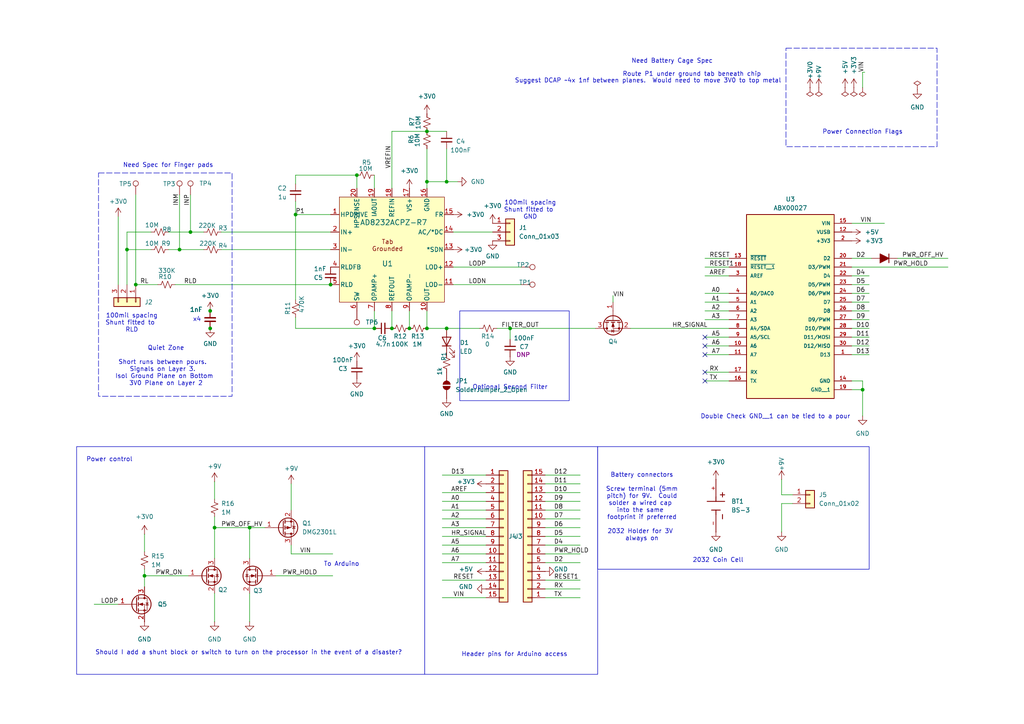
<source format=kicad_sch>
(kicad_sch (version 20250114) (generator "eeschema") (generator_version "9.0")
  (paper "A4")
  (lib_symbols
    (symbol "Connector:TestPoint" (pin_numbers (hide yes)) (pin_names (offset 0.762) (hide yes))
      (property "Reference" "TP" (at 0 6.858 0))
      (property "Value" "TestPoint" (at 0 5.08 0))
      (symbol "TestPoint_1_1"
        (pin passive line (at 0 0 90) (length 2.54) (name "1") (number "1"))
      )
    )
    (symbol "Connector_Generic:Conn_01x02" (pin_names (offset 1.016) (hide yes))
      (property "Reference" "J" (at 0 2.54 0))
      (property "Value" "Conn_01x02" (at 0 -5.08 0))
      (symbol "Conn_01x02_1_1"
        (pin passive line (at -5.08 0 0) (length 3.81) (name "Pin_1") (number "1"))
        (pin passive line (at -5.08 -2.54 0) (length 3.81) (name "Pin_2") (number "2"))
      )
    )
    (symbol "Connector_Generic:Conn_01x03" (pin_names (offset 1.016) (hide yes))
      (property "Reference" "J" (at 0 5.08 0))
      (property "Value" "Conn_01x03" (at 0 -5.08 0))
      (symbol "Conn_01x03_1_1"
        (pin passive line (at -5.08 2.54 0) (length 3.81) (name "Pin_1") (number "1"))
        (pin passive line (at -5.08 0 0) (length 3.81) (name "Pin_2") (number "2"))
        (pin passive line (at -5.08 -2.54 0) (length 3.81) (name "Pin_3") (number "3"))
      )
    )
    (symbol "Connector_Generic:Conn_01x15" (pin_names (offset 1.016) (hide yes))
      (property "Reference" "J" (at 0 20.32 0))
      (property "Value" "Conn_01x15" (at 0 -20.32 0))
      (symbol "Conn_01x15_1_1"
        (pin passive line (at -5.08 17.78 0) (length 3.81) (name "Pin_1") (number "1"))
        (pin passive line (at -5.08 15.24 0) (length 3.81) (name "Pin_2") (number "2"))
        (pin passive line (at -5.08 12.7 0) (length 3.81) (name "Pin_3") (number "3"))
        (pin passive line (at -5.08 10.16 0) (length 3.81) (name "Pin_4") (number "4"))
        (pin passive line (at -5.08 7.62 0) (length 3.81) (name "Pin_5") (number "5"))
        (pin passive line (at -5.08 5.08 0) (length 3.81) (name "Pin_6") (number "6"))
        (pin passive line (at -5.08 2.54 0) (length 3.81) (name "Pin_7") (number "7"))
        (pin passive line (at -5.08 0 0) (length 3.81) (name "Pin_8") (number "8"))
        (pin passive line (at -5.08 -2.54 0) (length 3.81) (name "Pin_9") (number "9"))
        (pin passive line (at -5.08 -5.08 0) (length 3.81) (name "Pin_10") (number "10"))
        (pin passive line (at -5.08 -7.62 0) (length 3.81) (name "Pin_11") (number "11"))
        (pin passive line (at -5.08 -10.16 0) (length 3.81) (name "Pin_12") (number "12"))
        (pin passive line (at -5.08 -12.7 0) (length 3.81) (name "Pin_13") (number "13"))
        (pin passive line (at -5.08 -15.24 0) (length 3.81) (name "Pin_14") (number "14"))
        (pin passive line (at -5.08 -17.78 0) (length 3.81) (name "Pin_15") (number "15"))
      )
    )
    (symbol "Device:C_Small" (pin_numbers (hide yes)) (pin_names (offset 0.254) (hide yes))
      (property "Reference" "C" (at 0.254 1.778 0))
      (property "Value" "C_Small" (at 0.254 -2.032 0))
      (symbol "C_Small_1_1"
        (pin passive line (at 0 2.54 270) (length 2.032) (name "~") (number "1"))
        (pin passive line (at 0 -2.54 90) (length 2.032) (name "~") (number "2"))
      )
    )
    (symbol "Device:D_Filled" (pin_numbers (hide yes)) (pin_names (offset 1.016) (hide yes))
      (property "Reference" "D" (at 0 2.54 0))
      (property "Value" "D_Filled" (at 0 -2.54 0))
      (symbol "D_Filled_1_1"
        (pin passive line (at -3.81 0 0) (length 2.54) (name "K") (number "1"))
        (pin passive line (at 3.81 0 180) (length 2.54) (name "A") (number "2"))
      )
    )
    (symbol "Device:LED" (pin_numbers (hide yes)) (pin_names (offset 1.016) (hide yes))
      (property "Reference" "D" (at 0 2.54 0))
      (property "Value" "LED" (at 0 -2.54 0))
      (symbol "LED_1_1"
        (pin passive line (at -3.81 0 0) (length 2.54) (name "K") (number "1"))
        (pin passive line (at 3.81 0 180) (length 2.54) (name "A") (number "2"))
      )
    )
    (symbol "Device:R_Small_US" (pin_numbers (hide yes)) (pin_names (offset 0.254) (hide yes))
      (property "Reference" "R" (at 0.762 0.508 0))
      (property "Value" "R_Small_US" (at 0.762 -1.016 0))
      (symbol "R_Small_US_1_1"
        (pin passive line (at 0 2.54 270) (length 1.016) (name "~") (number "1"))
        (pin passive line (at 0 -2.54 90) (length 1.016) (name "~") (number "2"))
      )
    )
    (symbol "EGC_Symbols:ABX00027" (pin_names (offset 1.016))
      (property "Reference" "U" (at -12.7 26.67 0))
      (property "Value" "ABX00027" (at -12.7 -29.21 0))
      (symbol "ABX00027_0_0"
        (pin input line (at -17.78 12.7 0) (length 5.08) (name "~{RESET}") (number "13"))
        (pin input line (at -17.78 10.16 0) (length 5.08) (name "~{RESET__1}") (number "18"))
        (pin input line (at -17.78 7.62 0) (length 5.08) (name "AREF") (number "3"))
        (pin bidirectional line (at -17.78 2.54 0) (length 5.08) (name "A0/DAC0") (number "4"))
        (pin input line (at -17.78 0 0) (length 5.08) (name "A1") (number "5"))
        (pin input line (at -17.78 -2.54 0) (length 5.08) (name "A2") (number "6"))
        (pin input line (at -17.78 -5.08 0) (length 5.08) (name "A3") (number "7"))
        (pin input line (at -17.78 -7.62 0) (length 5.08) (name "A4/SDA") (number "8"))
        (pin input line (at -17.78 -10.16 0) (length 5.08) (name "A5/SCL") (number "9"))
        (pin input line (at -17.78 -12.7 0) (length 5.08) (name "A6") (number "10"))
        (pin input line (at -17.78 -15.24 0) (length 5.08) (name "A7") (number "11"))
        (pin bidirectional line (at -17.78 -20.32 0) (length 5.08) (name "RX") (number "17"))
        (pin bidirectional line (at -17.78 -22.86 0) (length 5.08) (name "TX") (number "16"))
        (pin power_in line (at 17.78 22.86 180) (length 5.08) (name "VIN") (number "15"))
        (pin power_in line (at 17.78 20.32 180) (length 5.08) (name "VUSB") (number "12"))
        (pin power_in line (at 17.78 17.78 180) (length 5.08) (name "+3V3") (number "2"))
        (pin bidirectional line (at 17.78 12.7 180) (length 5.08) (name "D2") (number "20"))
        (pin bidirectional line (at 17.78 10.16 180) (length 5.08) (name "D3/PWM") (number "21"))
        (pin bidirectional line (at 17.78 7.62 180) (length 5.08) (name "D4") (number "22"))
        (pin bidirectional line (at 17.78 5.08 180) (length 5.08) (name "D5/PWM") (number "23"))
        (pin bidirectional line (at 17.78 2.54 180) (length 5.08) (name "D6/PWM") (number "24"))
        (pin bidirectional line (at 17.78 0 180) (length 5.08) (name "D7") (number "25"))
        (pin bidirectional line (at 17.78 -2.54 180) (length 5.08) (name "D8") (number "26"))
        (pin bidirectional line (at 17.78 -5.08 180) (length 5.08) (name "D9/PWM") (number "27"))
        (pin bidirectional line (at 17.78 -7.62 180) (length 5.08) (name "D10/PWM") (number "28"))
        (pin bidirectional line (at 17.78 -10.16 180) (length 5.08) (name "D11/MOSI") (number "29"))
        (pin bidirectional line (at 17.78 -12.7 180) (length 5.08) (name "D12/MISO") (number "30"))
        (pin bidirectional line (at 17.78 -15.24 180) (length 5.08) (name "D13") (number "1"))
        (pin power_in line (at 17.78 -22.86 180) (length 5.08) (name "GND") (number "14"))
        (pin power_in line (at 17.78 -25.4 180) (length 5.08) (name "GND__1") (number "19"))
      )
    )
    (symbol "EGC_Symbols:AD8232ACPZ-R7" (pin_names (offset 0.254))
      (property "Reference" "U1" (at 13.97 17.526 0))
      (property "Value" "AD8232ACPZ-R7" (at 15.748 29.464 0))
      (symbol "AD8232ACPZ-R7_0_1"
        (pin output line (at -2.54 31.75 0) (length 2.54) (name "HPDRIVE") (number "1"))
        (pin input line (at -2.54 26.67 0) (length 2.54) (name "IN+") (number "2"))
        (pin input line (at -2.54 21.59 0) (length 2.54) (name "IN-") (number "3"))
        (pin input line (at -2.54 16.51 0) (length 2.54) (name "RLDFB") (number "4"))
        (pin output line (at -2.54 11.43 0) (length 2.54) (name "RLD") (number "5"))
        (pin input line (at 5.08 39.37 270) (length 2.54) (name "HPSENSE") (number "20"))
        (pin output line (at 5.08 3.81 90) (length 2.54) (name "SW") (number "6"))
        (pin output line (at 10.16 39.37 270) (length 2.54) (name "IAOUT") (number "19"))
        (pin input line (at 10.16 3.81 90) (length 2.54) (name "OPAMP+") (number "7"))
        (pin input line (at 15.24 39.37 270) (length 2.54) (name "REFIN") (number "18"))
        (pin output line (at 15.24 3.81 90) (length 2.54) (name "REFOUT") (number "8"))
        (pin power_in line (at 20.32 39.37 270) (length 2.54) (name "VS+") (number "17"))
        (pin input line (at 20.32 3.81 90) (length 2.54) (name "OPAMP-") (number "9"))
        (pin power_in line (at 25.4 39.37 270) (length 2.54) (name "GND") (number "16"))
        (pin output line (at 25.4 3.81 90) (length 2.54) (name "OUT") (number "10"))
        (pin input line (at 33.02 31.75 180) (length 2.54) (name "FR") (number "15"))
        (pin input line (at 33.02 26.67 180) (length 2.54) (name "AC/*DC") (number "14"))
        (pin input line (at 33.02 21.59 180) (length 2.54) (name "*SDN") (number "13"))
        (pin output line (at 33.02 16.51 180) (length 2.54) (name "LOD+") (number "12"))
        (pin output line (at 33.02 11.43 180) (length 2.54) (name "LOD-") (number "11"))
      )
      (symbol "AD8232ACPZ-R7_1_1"
        (text "Tab\nGrounded" (at 13.97 22.86 0) (effects (font (size 1.27 1.27))))
        (pin power_in line (at 25.4 39.37 270) (length 2.54) (hide yes) (name "GND") (number "HTAB"))
      )
    )
    (symbol "EGC_Symbols:BS-3" (pin_names (offset 1.016))
      (property "Reference" "BT" (at -3.81 3.81 0))
      (property "Value" "BS-3" (at -3.81 -5.08 0))
      (symbol "BS-3_0_0"
        (pin passive line (at -7.62 0 0) (length 5.08) (name "~") (number "+"))
        (pin passive line (at 7.62 0 180) (length 5.08) (name "~") (number "-"))
      )
    )
    (symbol "Jumper:SolderJumper_2_Open" (pin_numbers (hide yes)) (pin_names (offset 0) (hide yes)) (in_bom no)
      (property "Reference" "JP" (at 0 2.032 0))
      (property "Value" "SolderJumper_2_Open" (at 0 -2.54 0))
      (symbol "SolderJumper_2_Open_1_1"
        (pin passive line (at -3.81 0 0) (length 2.54) (name "A") (number "1"))
        (pin passive line (at 3.81 0 180) (length 2.54) (name "B") (number "2"))
      )
    )
    (symbol "Transistor_FET:DMG2301L" (pin_names (hide yes))
      (property "Reference" "Q" (at 5.08 1.905 0))
      (property "Value" "DMG2301L" (at 5.08 0 0))
      (symbol "DMG2301L_1_1"
        (pin input line (at -5.08 0 0) (length 2.54) (name "G") (number "1"))
        (pin passive line (at 2.54 5.08 270) (length 2.54) (name "D") (number "3"))
        (pin passive line (at 2.54 -5.08 90) (length 2.54) (name "S") (number "2"))
      )
    )
    (symbol "Transistor_FET:T2N7002AK" (pin_names (offset 0) (hide yes))
      (property "Reference" "Q" (at 5.08 1.905 0))
      (property "Value" "T2N7002AK" (at 5.08 0 0))
      (symbol "T2N7002AK_1_1"
        (pin input line (at -5.08 0 0) (length 2.54) (name "G") (number "1"))
        (pin passive line (at 2.54 5.08 270) (length 2.54) (name "D") (number "3"))
        (pin passive line (at 2.54 -5.08 90) (length 2.54) (name "S") (number "2"))
      )
    )
    (symbol "power:+3V0" (power) (pin_numbers (hide yes)) (pin_names (offset 0) (hide yes))
      (property "Value" "+3V0" (at 0 3.556 0))
      (symbol "+3V0_1_1"
        (pin power_in line (at 0 0 90) (length 0) (name "~") (number "1"))
      )
    )
    (symbol "power:+3V3" (power) (pin_numbers (hide yes)) (pin_names (offset 0) (hide yes))
      (property "Value" "+3V3" (at 0 3.556 0))
      (symbol "+3V3_1_1"
        (pin power_in line (at 0 0 90) (length 0) (name "~") (number "1"))
      )
    )
    (symbol "power:+5V" (power) (pin_numbers (hide yes)) (pin_names (offset 0) (hide yes))
      (property "Value" "+5V" (at 0 3.556 0))
      (symbol "+5V_1_1"
        (pin power_in line (at 0 0 90) (length 0) (name "~") (number "1"))
      )
    )
    (symbol "power:+9V" (power) (pin_numbers (hide yes)) (pin_names (offset 0) (hide yes))
      (property "Value" "+9V" (at 0 3.556 0))
      (symbol "+9V_1_1"
        (pin power_in line (at 0 0 90) (length 0) (name "~") (number "1"))
      )
    )
    (symbol "power:GND" (power) (pin_numbers (hide yes)) (pin_names (offset 0) (hide yes))
      (property "Value" "GND" (at 0 -3.81 0))
      (symbol "GND_1_1"
        (pin power_in line (at 0 0 270) (length 0) (name "~") (number "1"))
      )
    )
    (symbol "power:PWR_FLAG" (power) (pin_numbers (hide yes)) (pin_names (offset 0) (hide yes))
      (property "Value" "PWR_FLAG" (at 0 3.81 0))
      (symbol "PWR_FLAG_0_0"
        (pin power_out line (at 0 0 90) (length 0) (name "~") (number "1"))
      )
    )
  )
  (rectangle (start 173.355 129.54) (end 252.095 165.1))
  (rectangle (start 123.19 129.54) (end 173.355 195.58))
  (rectangle (start 28.575 50.165) (end 67.31 114.935) (stroke (width 0) (type dash)))
  (rectangle (start 133.35 90.17) (end 165.1 116.205))
  (rectangle (start 22.225 129.54) (end 123.19 195.58))
  (rectangle (start 227.965 13.97) (end 271.78 42.545) (stroke (width 0) (type dash)))
  (text "To Arduino\n" (at 99.06 163.703 0) (effects (font (size 1.27 1.27))))
  (text "Header pins for Arduino access" (at 149.225 189.865 0) (effects (font (size 1.27 1.27))))
  (text "100mil spacing\nShunt fitted to \nRLD\n\n" (at 38.227 94.742 0) (effects (font (size 1.27 1.27))))
  (text "2032 Coin Cell\n" (at 208.28 162.56 0) (effects (font (size 1.27 1.27))))
  (text "Need Battery Cage Spec\n" (at 194.945 17.78 0) (effects (font (size 1.27 1.27))))
  (text "Quiet Zone\n\nShort runs between pours.  \nSignals on Layer 3.  \nIsol Ground Plane on Bottom \n3V0 Plane on Layer 2" (at 48.133 106.172 0) (effects (font (size 1.27 1.27))))
  (text "Battery connectors\n\nScrew terminal (5mm\npitch) for 9V.  Could\nsolder a wired cap \ninto the same \nfootprint if preferred\n\n2032 Holder for 3V \nalways on" (at 186.182 147.066 0) (effects (font (size 1.27 1.27))))
  (text "Should I add a shunt block or switch to turn on the processor in the event of a disaster?\n\n" (at 72.136 190.373 0) (effects (font (size 1.27 1.27))))
  (text "100mil spacing\nShunt fitted to \nGND\n" (at 153.797 60.96 0) (effects (font (size 1.27 1.27))))
  (text "Power Connection Flags\n" (at 250.19 38.354 0) (effects (font (size 1.27 1.27))))
  (text "Optional Second Filter" (at 147.955 112.395 0) (effects (font (size 1.27 1.27))))
  (text "Power control\n" (at 31.75 133.35 0) (effects (font (size 1.27 1.27))))
  (text "x4" (at 57.15 92.71 0) (effects (font (size 1.27 1.27))))
  (text "Double Check GND__1 can be tied to a pour" (at 224.917 120.904 0) (effects (font (size 1.27 1.27))))
  (text "Route P1 under ground tab beneath chip" (at 200.66 21.59 0) (effects (font (size 1.27 1.27))))
  (text "Suggest DCAP ~4x 1nf between planes.  Would need to move 3V0 to top metal" (at 187.96 23.495 0) (effects (font (size 1.27 1.27))))
  (text "Need Spec for Finger pads\n" (at 48.768 48.006 0) (effects (font (size 1.27 1.27))))
  (junction (at 250.19 113.03))
  (junction (at 129.54 52.705))
  (junction (at 103.505 50.8))
  (junction (at 41.91 167.005))
  (junction (at 52.07 72.39))
  (junction (at 123.825 38.1))
  (junction (at 118.745 95.25))
  (junction (at 60.96 95.25))
  (junction (at 129.54 95.25))
  (junction (at 36.83 72.39))
  (junction (at 62.23 153.035))
  (junction (at 60.96 90.17))
  (junction (at 147.955 95.25))
  (junction (at 95.885 82.55))
  (junction (at 123.825 95.25))
  (junction (at 123.825 52.705))
  (junction (at 113.665 95.25))
  (junction (at 72.39 153.035))
  (junction (at 39.37 82.55))
  (junction (at 55.245 67.31))
  (junction (at 85.725 62.23))
  (junction (at 108.585 95.25))
  (no_connect (at 204.47 100.33))
  (no_connect (at 204.47 110.49))
  (no_connect (at 204.47 97.79))
  (no_connect (at 204.47 102.87))
  (no_connect (at 204.47 107.95))
  (wire (pts (xy 182.88 95.25) (xy 211.455 95.25)))
  (wire (pts (xy 123.825 54.61) (xy 123.825 52.705)))
  (wire (pts (xy 168.275 155.575) (xy 158.115 155.575)))
  (wire (pts (xy 204.47 110.49) (xy 211.455 110.49)))
  (wire (pts (xy 247.015 85.09) (xy 252.095 85.09)))
  (wire (pts (xy 247.015 110.49) (xy 250.19 110.49)))
  (wire (pts (xy 168.275 163.195) (xy 158.115 163.195)))
  (wire (pts (xy 52.07 72.39) (xy 59.055 72.39)))
  (wire (pts (xy 250.19 20.955) (xy 250.19 25.4)))
  (wire (pts (xy 168.275 160.655) (xy 158.115 160.655)))
  (wire (pts (xy 247.015 100.33) (xy 252.095 100.33)))
  (wire (pts (xy 36.83 72.39) (xy 36.83 82.55)))
  (wire (pts (xy 168.275 137.795) (xy 158.115 137.795)))
  (wire (pts (xy 128.27 158.115) (xy 140.97 158.115)))
  (wire (pts (xy 36.83 67.31) (xy 36.83 72.39)))
  (wire (pts (xy 247.015 97.79) (xy 252.095 97.79)))
  (wire (pts (xy 48.895 67.31) (xy 55.245 67.31)))
  (wire (pts (xy 108.585 95.25) (xy 108.585 90.17)))
  (wire (pts (xy 168.275 158.115) (xy 158.115 158.115)))
  (wire (pts (xy 260.35 74.93) (xy 274.955 74.93)))
  (wire (pts (xy 123.825 38.1) (xy 129.54 38.1)))
  (wire (pts (xy 129.54 52.705) (xy 132.715 52.705)))
  (wire (pts (xy 204.47 97.79) (xy 211.455 97.79)))
  (wire (pts (xy 128.27 150.495) (xy 140.97 150.495)))
  (wire (pts (xy 128.27 163.195) (xy 140.97 163.195)))
  (wire (pts (xy 247.015 74.93) (xy 252.73 74.93)))
  (wire (pts (xy 247.015 77.47) (xy 274.955 77.47)))
  (wire (pts (xy 247.015 102.87) (xy 252.095 102.87)))
  (wire (pts (xy 168.275 147.955) (xy 158.115 147.955)))
  (wire (pts (xy 204.47 77.47) (xy 211.455 77.47)))
  (wire (pts (xy 131.445 67.31) (xy 142.875 67.31)))
  (wire (pts (xy 62.23 153.035) (xy 62.23 161.925)))
  (wire (pts (xy 34.29 62.865) (xy 34.29 82.55)))
  (wire (pts (xy 229.87 146.05) (xy 226.695 146.05)))
  (wire (pts (xy 85.725 50.8) (xy 103.505 50.8)))
  (wire (pts (xy 39.37 56.515) (xy 39.37 82.55)))
  (wire (pts (xy 168.275 168.275) (xy 158.115 168.275)))
  (wire (pts (xy 226.695 146.05) (xy 226.695 154.305)))
  (wire (pts (xy 128.27 145.415) (xy 140.97 145.415)))
  (wire (pts (xy 84.455 140.335) (xy 84.455 147.955)))
  (wire (pts (xy 41.91 167.005) (xy 41.91 170.18)))
  (wire (pts (xy 204.47 107.95) (xy 211.455 107.95)))
  (wire (pts (xy 204.47 100.33) (xy 211.455 100.33)))
  (wire (pts (xy 48.895 72.39) (xy 52.07 72.39)))
  (wire (pts (xy 226.695 139.065) (xy 226.695 143.51)))
  (wire (pts (xy 204.47 85.09) (xy 211.455 85.09)))
  (wire (pts (xy 131.445 77.47) (xy 151.13 77.47)))
  (wire (pts (xy 128.27 168.275) (xy 140.97 168.275)))
  (wire (pts (xy 41.91 165.1) (xy 41.91 167.005)))
  (wire (pts (xy 84.455 160.655) (xy 96.52 160.655)))
  (wire (pts (xy 168.275 173.355) (xy 158.115 173.355)))
  (wire (pts (xy 85.725 62.23) (xy 95.885 62.23)))
  (wire (pts (xy 128.27 147.955) (xy 140.97 147.955)))
  (wire (pts (xy 250.19 113.03) (xy 250.19 120.65)))
  (wire (pts (xy 128.27 137.795) (xy 140.97 137.795)))
  (wire (pts (xy 128.27 155.575) (xy 140.97 155.575)))
  (wire (pts (xy 204.47 92.71) (xy 211.455 92.71)))
  (wire (pts (xy 247.015 90.17) (xy 252.095 90.17)))
  (wire (pts (xy 168.275 170.815) (xy 158.115 170.815)))
  (wire (pts (xy 204.47 102.87) (xy 211.455 102.87)))
  (wire (pts (xy 247.015 64.77) (xy 256.54 64.77)))
  (wire (pts (xy 118.745 95.25) (xy 118.745 90.17)))
  (wire (pts (xy 128.27 153.035) (xy 140.97 153.035)))
  (wire (pts (xy 64.135 72.39) (xy 95.885 72.39)))
  (wire (pts (xy 85.725 53.34) (xy 85.725 50.8)))
  (wire (pts (xy 72.39 153.035) (xy 72.39 161.925)))
  (wire (pts (xy 123.825 43.18) (xy 123.825 52.705)))
  (wire (pts (xy 85.725 58.42) (xy 85.725 62.23)))
  (wire (pts (xy 84.455 158.115) (xy 84.455 160.655)))
  (wire (pts (xy 62.23 172.085) (xy 62.23 180.34)))
  (wire (pts (xy 247.015 87.63) (xy 252.095 87.63)))
  (wire (pts (xy 128.27 160.655) (xy 140.97 160.655)))
  (wire (pts (xy 131.445 82.55) (xy 151.13 82.55)))
  (wire (pts (xy 250.19 110.49) (xy 250.19 113.03)))
  (wire (pts (xy 168.275 150.495) (xy 158.115 150.495)))
  (wire (pts (xy 123.825 95.25) (xy 129.54 95.25)))
  (wire (pts (xy 62.23 153.035) (xy 72.39 153.035)))
  (wire (pts (xy 62.23 139.7) (xy 62.23 144.78)))
  (wire (pts (xy 247.015 95.25) (xy 252.095 95.25)))
  (wire (pts (xy 72.39 153.035) (xy 76.835 153.035)))
  (wire (pts (xy 168.275 153.035) (xy 158.115 153.035)))
  (wire (pts (xy 128.27 142.875) (xy 140.97 142.875)))
  (wire (pts (xy 129.54 95.25) (xy 139.065 95.25)))
  (wire (pts (xy 39.37 82.55) (xy 45.72 82.55)))
  (wire (pts (xy 204.47 80.01) (xy 211.455 80.01)))
  (wire (pts (xy 55.245 56.515) (xy 55.245 67.31)))
  (wire (pts (xy 52.07 56.515) (xy 52.07 72.39)))
  (wire (pts (xy 36.83 72.39) (xy 43.815 72.39)))
  (wire (pts (xy 247.015 92.71) (xy 252.095 92.71)))
  (wire (pts (xy 123.825 52.705) (xy 129.54 52.705)))
  (wire (pts (xy 247.015 113.03) (xy 250.19 113.03)))
  (wire (pts (xy 129.54 43.18) (xy 129.54 52.705)))
  (wire (pts (xy 55.245 67.31) (xy 59.055 67.31)))
  (wire (pts (xy 177.8 85.725) (xy 177.8 87.63)))
  (wire (pts (xy 168.275 145.415) (xy 158.115 145.415)))
  (wire (pts (xy 204.47 90.17) (xy 211.455 90.17)))
  (wire (pts (xy 41.91 154.94) (xy 41.91 160.02)))
  (wire (pts (xy 108.585 50.8) (xy 108.585 54.61)))
  (wire (pts (xy 147.955 95.25) (xy 147.955 98.425)))
  (wire (pts (xy 103.505 50.8) (xy 103.505 54.61)))
  (wire (pts (xy 80.01 167.005) (xy 96.52 167.005)))
  (wire (pts (xy 27.305 175.26) (xy 34.29 175.26)))
  (wire (pts (xy 62.23 149.86) (xy 62.23 153.035)))
  (wire (pts (xy 204.47 74.93) (xy 211.455 74.93)))
  (wire (pts (xy 85.725 92.075) (xy 85.725 95.25)))
  (wire (pts (xy 85.725 62.23) (xy 85.725 86.995)))
  (wire (pts (xy 229.87 143.51) (xy 226.695 143.51)))
  (wire (pts (xy 72.39 172.085) (xy 72.39 180.34)))
  (wire (pts (xy 128.27 173.355) (xy 140.97 173.355)))
  (wire (pts (xy 50.8 82.55) (xy 95.885 82.55)))
  (wire (pts (xy 144.145 95.25) (xy 147.955 95.25)))
  (wire (pts (xy 250.19 20.955) (xy 250.825 20.955)))
  (wire (pts (xy 168.275 140.335) (xy 158.115 140.335)))
  (wire (pts (xy 247.015 82.55) (xy 252.095 82.55)))
  (wire (pts (xy 168.275 142.875) (xy 158.115 142.875)))
  (wire (pts (xy 123.825 95.25) (xy 123.825 90.17)))
  (wire (pts (xy 113.665 95.25) (xy 113.665 90.17)))
  (wire (pts (xy 108.585 95.25) (xy 85.725 95.25)))
  (wire (pts (xy 247.015 80.01) (xy 252.095 80.01)))
  (wire (pts (xy 204.47 87.63) (xy 211.455 87.63)))
  (wire (pts (xy 113.665 38.1) (xy 123.825 38.1)))
  (wire (pts (xy 41.91 167.005) (xy 54.61 167.005)))
  (wire (pts (xy 43.815 67.31) (xy 36.83 67.31)))
  (wire (pts (xy 113.665 54.61) (xy 113.665 38.1)))
  (wire (pts (xy 147.955 95.25) (xy 172.72 95.25)))
  (wire (pts (xy 64.135 67.31) (xy 95.885 67.31)))
  (label "D8" (at 248.285 90.17 0))
  (label "AREF" (at 130.81 142.875 0))
  (label "VIN" (at 249.555 64.77 0))
  (label "PWR_HOLD" (at 81.915 167.005 0))
  (label "A6" (at 206.375 100.33 0))
  (label "FILTER_OUT" (at 145.415 95.25 0))
  (label "PWR_OFF_HV" (at 64.135 153.035 0))
  (label "D5" (at 248.285 82.55 0))
  (label "D6" (at 160.655 153.035 0))
  (label "A1" (at 206.375 87.63 0))
  (label "A7" (at 206.375 102.87 0))
  (label "RESET" (at 205.74 74.93 0))
  (label "VREFIN" (at 113.665 48.895 90))
  (label "A5" (at 206.375 97.79 0))
  (label "D9" (at 160.655 145.415 0))
  (label "A2" (at 130.81 150.495 0))
  (label "D13" (at 130.81 137.795 0))
  (label "A2" (at 206.375 90.17 0))
  (label "RESET" (at 131.445 168.275 0))
  (label "HR_SIGNAL" (at 194.945 95.25 0))
  (label "D12" (at 248.285 100.33 0))
  (label "RESET1" (at 205.74 77.47 0))
  (label "A0" (at 130.81 145.415 0))
  (label "PWR_OFF_HV" (at 261.62 74.93 0))
  (label "A6" (at 130.81 160.655 0))
  (label "P1" (at 85.725 62.23 0))
  (label "VIN" (at 177.8 86.36 0))
  (label "D12" (at 160.655 137.795 0))
  (label "LODP" (at 135.89 77.47 0))
  (label "A3" (at 130.81 153.035 0))
  (label "D11" (at 248.285 97.79 0))
  (label "A7" (at 130.81 163.195 0))
  (label "PWR_ON" (at 45.085 167.005 0))
  (label "VIN" (at 131.445 173.355 0))
  (label "RL" (at 40.64 82.55 0))
  (label "D4" (at 160.655 158.115 0))
  (label "RLD" (at 53.34 82.55 0))
  (label "AREF" (at 205.74 80.01 0))
  (label "RX" (at 160.655 170.815 0))
  (label "D10" (at 248.285 95.25 0))
  (label "TX" (at 160.655 173.355 0))
  (label "A0" (at 206.375 85.09 0))
  (label "D10" (at 160.655 142.875 0))
  (label "VIN" (at 86.995 160.655 0))
  (label "D6" (at 248.285 85.09 0))
  (label "LODN" (at 135.89 82.55 0))
  (label "D2" (at 160.655 163.195 0))
  (label "D5" (at 160.655 155.575 0))
  (label "D7" (at 248.285 87.63 0))
  (label "PWR_HOLD" (at 259.08 77.47 0))
  (label "RX" (at 205.74 107.95 0))
  (label "D9" (at 248.285 92.71 0))
  (label "A3" (at 206.375 92.71 0))
  (label "VIN" (at 250.825 20.955 90))
  (label "D13" (at 248.285 102.87 0))
  (label "D8" (at 160.655 147.955 0))
  (label "LODP" (at 29.21 175.26 0))
  (label "A5" (at 130.81 158.115 0))
  (label "HR_SIGNAL" (at 130.81 155.575 0))
  (label "A1" (at 130.81 147.955 0))
  (label "RESET1" (at 160.655 168.275 0))
  (label "TX" (at 205.74 110.49 0))
  (label "PWR_HOLD" (at 160.655 160.655 0))
  (label "D11" (at 160.655 140.335 0))
  (label "D7" (at 160.655 150.495 0))
  (label "D4" (at 248.285 80.01 0))
  (label "INM" (at 52.07 59.69 90))
  (label "INP" (at 55.245 59.69 90))
  (label "D2" (at 248.285 74.93 0))
  (symbol (lib_id "power:+5V") (at 245.11 25.4 0) (unit 1)
    (property "Reference" "#PWR026" (effects (hide yes)))
    (property "Value" "+5V" (at 245.1099 21.59 90) (effects (justify left)))
    (property "Description" "Power symbol creates a global label with name \"+5V\"" (effects (hide yes)))
  )
  (symbol (lib_id "power:PWR_FLAG") (at 234.95 25.4 180) (unit 1)
    (property "Reference" "#FLG05" (effects (hide yes)))
    (property "Value" "PWR_FLAG" (effects (hide yes)))
    (property "Description" "Special symbol for telling ERC where power comes from" (effects (hide yes)))
  )
  (symbol (lib_id "power:GND") (at 132.715 52.705 90) (unit 1)
    (property "Reference" "#PWR012" (effects (hide yes)))
    (property "Value" "GND" (at 136.525 52.7049 90) (effects (justify right)))
    (property "Description" "Power symbol creates a global label with name \"GND\" , ground" (effects (hide yes)))
  )
  (symbol (lib_id "power:+5V") (at 247.015 67.31 270) (unit 1)
    (property "Reference" "#PWR020" (effects (hide yes)))
    (property "Value" "+5V" (at 250.825 67.3099 90) (effects (justify left)))
    (property "Description" "Power symbol creates a global label with name \"+5V\"" (effects (hide yes)))
  )
  (symbol (lib_id "Device:R_Small_US") (at 85.725 89.535 0) (unit 1)
    (property "Reference" "R11" (at 83.439 89.408 90))
    (property "Value" "470K" (at 87.503 88.265 90))
    (property "Footprint" "Resistor_THT:R_Axial_DIN0207_L6.3mm_D2.5mm_P2.54mm_Vertical" (effects (hide yes)))
    (property "Description" "Resistor, small US symbol" (effects (hide yes)))
  )
  (symbol (lib_id "Connector_Generic:Conn_01x02") (at 234.95 143.51 0) (unit 1)
    (property "Reference" "J5" (at 237.49 143.5099 0) (effects (justify left)))
    (property "Value" "Conn_01x02" (at 237.49 146.0499 0) (effects (justify left)))
    (property "Footprint" "ECG_Footprints:691137710002" (effects (hide yes)))
    (property "Datasheet" "https://www.we-online.com/katalog/datasheet/691137710002.pdf" (effects (hide yes)))
    (property "Description" "Generic connector, single row, 01x02, script generated (kicad-library-utils/schlib/autogen/connector/)" (effects (hide yes)))
    (property "DigikeyPN" "732-10955-ND" (effects (hide yes)))
  )
  (symbol (lib_id "power:+9V") (at 62.23 139.7 0) (mirror y) (unit 1)
    (property "Reference" "#PWR029" (effects (hide yes)))
    (property "Value" "+9V" (at 62.23 135.255 0))
    (property "Description" "Power symbol creates a global label with name \"+9V\"" (effects (hide yes)))
  )
  (symbol (lib_id "power:+3V0") (at 142.875 64.77 0) (unit 1)
    (property "Reference" "#PWR019" (effects (hide yes)))
    (property "Value" "+3V0" (at 142.875 59.69 0))
    (property "Description" "Power symbol creates a global label with name \"+3V0\"" (effects (hide yes)))
  )
  (symbol (lib_id "Device:R_Small_US") (at 46.355 72.39 90) (unit 1)
    (property "Reference" "R9" (at 48.133 70.612 90))
    (property "Value" "10M" (at 44.069 70.612 90))
    (property "Footprint" "Resistor_SMD:R_0603_1608Metric" (effects (hide yes)))
    (property "Description" "Resistor, small US symbol" (effects (hide yes)))
  )
  (symbol (lib_id "power:+3V0") (at 131.445 62.23 270) (unit 1)
    (property "Reference" "#PWR016" (effects (hide yes)))
    (property "Value" "+3V0" (at 135.255 62.2299 90) (effects (justify left)))
    (property "Description" "Power symbol creates a global label with name \"+3V0\"" (effects (hide yes)))
  )
  (symbol (lib_id "Device:R_Small_US") (at 61.595 67.31 90) (unit 1)
    (property "Reference" "R3" (at 64.643 66.167 90))
    (property "Value" "220K" (at 60.071 65.405 90))
    (property "Footprint" "Resistor_SMD:R_0603_1608Metric" (effects (hide yes)))
    (property "Description" "Resistor, small US symbol" (effects (hide yes)))
  )
  (symbol (lib_id "power:+3V0") (at 234.95 25.4 0) (unit 1)
    (property "Reference" "#PWR023" (effects (hide yes)))
    (property "Value" "+3V0" (at 234.95 20.32 90))
    (property "Description" "Power symbol creates a global label with name \"+3V0\"" (effects (hide yes)))
  )
  (symbol (lib_id "Device:R_Small_US") (at 62.23 147.32 0) (unit 1)
    (property "Reference" "R16" (at 64.135 146.0499 0) (effects (justify left)))
    (property "Value" "1M" (at 64.135 148.5899 0) (effects (justify left)))
    (property "Footprint" "Resistor_SMD:R_0603_1608Metric" (effects (hide yes)))
    (property "Description" "Resistor, small US symbol" (effects (hide yes)))
  )
  (symbol (lib_id "power:GND") (at 147.955 103.505 0) (unit 1)
    (property "Reference" "#PWR021" (effects (hide yes)))
    (property "Value" "GND" (at 147.955 107.95 0))
    (property "Description" "Power symbol creates a global label with name \"GND\" , ground" (effects (hide yes)))
  )
  (symbol (lib_id "Jumper:SolderJumper_2_Open") (at 129.54 111.76 90) (unit 1) (in_bom no)
    (property "Reference" "JP1" (at 132.08 110.4899 90) (effects (justify right)))
    (property "Value" "SolderJumper_2_Open" (at 132.08 113.0299 90) (effects (justify right)))
    (property "Footprint" "Jumper:SolderJumper-2_P1.3mm_Open_RoundedPad1.0x1.5mm" (effects (hide yes)))
    (property "Description" "Solder Jumper, 2-pole, open" (effects (hide yes)))
  )
  (symbol (lib_id "power:PWR_FLAG") (at 245.11 25.4 180) (unit 1)
    (property "Reference" "#FLG02" (effects (hide yes)))
    (property "Value" "PWR_FLAG" (effects (hide yes)))
    (property "Description" "Special symbol for telling ERC where power comes from" (effects (hide yes)))
  )
  (symbol (lib_id "power:+3V0") (at 118.745 54.61 0) (unit 1)
    (property "Reference" "#PWR09" (effects (hide yes)))
    (property "Value" "+3V0" (at 118.745 49.53 0))
    (property "Description" "Power symbol creates a global label with name \"+3V0\"" (effects (hide yes)))
  )
  (symbol (lib_id "Device:C_Small") (at 111.125 95.25 90) (unit 1)
    (property "Reference" "C6" (at 110.871 98.044 90))
    (property "Value" "4.7n" (at 111.125 99.822 90))
    (property "Footprint" "Capacitor_THT:C_Rect_L7.2mm_W5.5mm_P5.00mm_FKS2_FKP2_MKS2_MKP2" (effects (hide yes)))
    (property "Description" "Unpolarized capacitor, small symbol" (effects (hide yes)))
  )
  (symbol (lib_id "Device:R_Small_US") (at 121.285 95.25 90) (unit 1)
    (property "Reference" "R13" (at 121.158 97.536 90))
    (property "Value" "1M" (at 121.031 99.822 90))
    (property "Footprint" "Resistor_SMD:R_0603_1608Metric" (effects (hide yes)))
    (property "Description" "Resistor, small US symbol" (effects (hide yes)))
  )
  (symbol (lib_id "power:PWR_FLAG") (at 247.65 25.4 180) (unit 1)
    (property "Reference" "#FLG03" (effects (hide yes)))
    (property "Value" "PWR_FLAG" (effects (hide yes)))
    (property "Description" "Special symbol for telling ERC where power comes from" (effects (hide yes)))
  )
  (symbol (lib_id "Device:C_Small") (at 60.96 92.71 180) (unit 1)
    (property "Reference" "C11" (effects (hide yes)))
    (property "Value" "1nF" (at 56.896 89.789 0))
    (property "Footprint" "Capacitor_SMD:C_0603_1608Metric" (effects (hide yes)))
    (property "Description" "Unpolarized capacitor, small symbol" (effects (hide yes)))
  )
  (symbol (lib_id "Device:R_Small_US") (at 106.045 50.8 270) (unit 1)
    (property "Reference" "R5" (at 106.299 47.117 90))
    (property "Value" "10M" (at 106.045 48.895 90))
    (property "Footprint" "Resistor_SMD:R_0603_1608Metric" (effects (hide yes)))
    (property "Description" "Resistor, small US symbol" (effects (hide yes)))
  )
  (symbol (lib_id "Device:C_Small") (at 60.96 92.71 180) (unit 1)
    (property "Reference" "C10" (effects (hide yes)))
    (property "Value" "1nF" (at 56.896 89.789 0))
    (property "Footprint" "Capacitor_SMD:C_0603_1608Metric" (effects (hide yes)))
    (property "Description" "Unpolarized capacitor, small symbol" (effects (hide yes)))
  )
  (symbol (lib_id "Connector:TestPoint") (at 39.37 56.515 0) (unit 1)
    (property "Reference" "TP5" (at 34.544 53.34 0) (effects (justify left)))
    (property "Value" "TestPoint" (effects (hide yes)))
    (property "Footprint" "TestPoint:TestPoint_Keystone_5000-5004_Miniature" (effects (hide yes)))
    (property "Description" "test point" (effects (hide yes)))
  )
  (symbol (lib_id "power:+3V0") (at 60.96 90.17 0) (unit 1)
    (property "Reference" "#PWR031" (effects (hide yes)))
    (property "Value" "+3V0" (at 60.96 85.725 0))
    (property "Description" "Power symbol creates a global label with name \"+3V0\"" (effects (hide yes)))
  )
  (symbol (lib_id "power:+9V") (at 237.49 25.4 0) (unit 1)
    (property "Reference" "#PWR024" (effects (hide yes)))
    (property "Value" "+9V" (at 237.49 20.955 90))
    (property "Description" "Power symbol creates a global label with name \"+9V\"" (effects (hide yes)))
  )
  (symbol (lib_id "Connector_Generic:Conn_01x15") (at 153.035 155.575 180) (unit 1)
    (property "Reference" "J4" (at 149.86 155.5751 0) (effects (justify left)))
    (property "Value" "Conn_01x15" (effects (hide yes)))
    (property "Footprint" "Connector_PinHeader_2.54mm:PinHeader_1x15_P2.54mm_Vertical" (effects (hide yes)))
    (property "Description" "Generic connector, single row, 01x15, script generated (kicad-library-utils/schlib/autogen/connector/)" (effects (hide yes)))
  )
  (symbol (lib_id "power:GND") (at 103.505 109.855 0) (unit 1)
    (property "Reference" "#PWR014" (effects (hide yes)))
    (property "Value" "GND" (at 103.505 114.3 0))
    (property "Description" "Power symbol creates a global label with name \"GND\" , ground" (effects (hide yes)))
  )
  (symbol (lib_id "power:GND") (at 129.54 115.57 0) (unit 1)
    (property "Reference" "#PWR036" (effects (hide yes)))
    (property "Value" "GND" (at 129.54 120.015 0))
    (property "Description" "Power symbol creates a global label with name \"GND\" , ground" (effects (hide yes)))
  )
  (symbol (lib_id "EGC_Symbols:BS-3") (at 207.645 146.685 270) (unit 1)
    (property "Reference" "BT1" (at 212.09 145.4149 90) (effects (justify left)))
    (property "Value" "BS-3" (at 212.09 147.9549 90) (effects (justify left)))
    (property "Footprint" "ECG_Footprints:BAT_BS-3" (effects (hide yes)))
    (property "PARTREV" "F" (effects (hide yes)))
    (property "STANDARD" "Manufacturer recommendations" (effects (hide yes)))
    (property "MAXIMUM_PACKAGE_HEIGHT" "6.75mm" (effects (hide yes)))
    (property "MANUFACTURER" "MPD" (effects (hide yes)))
  )
  (symbol (lib_id "power:GND") (at 41.91 180.34 0) (unit 1)
    (property "Reference" "#PWR025" (effects (hide yes)))
    (property "Value" "GND" (at 41.91 185.42 0))
    (property "Description" "Power symbol creates a global label with name \"GND\" , ground" (effects (hide yes)))
  )
  (symbol (lib_id "Transistor_FET:T2N7002AK") (at 177.8 92.71 90) (mirror x) (unit 1)
    (property "Reference" "Q4" (at 177.8 99.06 90))
    (property "Value" "T2N7002AK" (effects (hide yes)))
    (property "Footprint" "Package_TO_SOT_SMD:SOT-23" (effects (hide yes)))
    (property "Datasheet" "https://toshiba.semicon-storage.com/info/docget.jsp?did=29712&prodName=T2N7002AK" (effects (hide yes)))
    (property "Description" "60V Vds, 0.2A Id, N-Channel MOSFET, SOT-23" (effects (hide yes)))
  )
  (symbol (lib_id "Connector_Generic:Conn_01x15") (at 146.05 155.575 0) (unit 1)
    (property "Reference" "J3" (at 149.225 155.5749 0) (effects (justify left)))
    (property "Value" "Conn_01x15" (effects (hide yes)))
    (property "Footprint" "Connector_PinHeader_2.54mm:PinHeader_1x15_P2.54mm_Vertical" (effects (hide yes)))
    (property "Description" "Generic connector, single row, 01x15, script generated (kicad-library-utils/schlib/autogen/connector/)" (effects (hide yes)))
  )
  (symbol (lib_id "Transistor_FET:T2N7002AK") (at 74.93 167.005 0) (mirror y) (unit 1)
    (property "Reference" "Q3" (at 76.2 171.323 0) (effects (justify left)))
    (property "Value" "T2N7002AK" (effects (hide yes)))
    (property "Footprint" "Package_TO_SOT_SMD:SOT-23" (effects (hide yes)))
    (property "Datasheet" "https://toshiba.semicon-storage.com/info/docget.jsp?did=29712&prodName=T2N7002AK" (effects (hide yes)))
    (property "Description" "60V Vds, 0.2A Id, N-Channel MOSFET, SOT-23" (effects (hide yes)))
  )
  (symbol (lib_id "Transistor_FET:T2N7002AK") (at 39.37 175.26 0) (unit 1)
    (property "Reference" "Q5" (at 45.72 175.2599 0) (effects (justify left)))
    (property "Value" "T2N7002AK" (effects (hide yes)))
    (property "Footprint" "Package_TO_SOT_SMD:SOT-23" (effects (hide yes)))
    (property "Datasheet" "https://toshiba.semicon-storage.com/info/docget.jsp?did=29712&prodName=T2N7002AK" (effects (hide yes)))
    (property "Description" "60V Vds, 0.2A Id, N-Channel MOSFET, SOT-23" (effects (hide yes)))
  )
  (symbol (lib_id "power:GND") (at 250.19 120.65 0) (unit 1)
    (property "Reference" "#PWR04" (effects (hide yes)))
    (property "Value" "GND" (at 250.19 125.73 0))
    (property "Description" "Power symbol creates a global label with name \"GND\" , ground" (effects (hide yes)))
  )
  (symbol (lib_id "Device:C_Small") (at 60.96 92.71 180) (unit 1)
    (property "Reference" "C8" (effects (hide yes)))
    (property "Value" "1nF" (at 56.896 89.789 0))
    (property "Footprint" "Capacitor_SMD:C_0603_1608Metric" (effects (hide yes)))
    (property "Description" "Unpolarized capacitor, small symbol" (effects (hide yes)))
  )
  (symbol (lib_id "power:GND") (at 266.065 26.035 0) (unit 1)
    (property "Reference" "#PWR022" (effects (hide yes)))
    (property "Value" "GND" (at 266.065 31.115 0))
    (property "Description" "Power symbol creates a global label with name \"GND\" , ground" (effects (hide yes)))
  )
  (symbol (lib_id "Device:C_Small") (at 103.505 107.315 180) (unit 1)
    (property "Reference" "C3" (at 99.441 106.934 0))
    (property "Value" "100nF" (at 99.441 104.394 0))
    (property "Footprint" "Capacitor_SMD:C_0603_1608Metric" (effects (hide yes)))
    (property "Description" "Unpolarized capacitor, small symbol" (effects (hide yes)))
  )
  (symbol (lib_id "Device:R_Small_US") (at 141.605 95.25 90) (unit 1)
    (property "Reference" "R14" (at 141.478 97.536 90))
    (property "Value" "0" (at 141.351 99.822 90))
    (property "Footprint" "Resistor_THT:R_Axial_DIN0207_L6.3mm_D2.5mm_P2.54mm_Vertical" (effects (hide yes)))
    (property "Description" "Resistor, small US symbol" (effects (hide yes)))
  )
  (symbol (lib_id "power:GND") (at 140.97 170.815 270) (unit 1)
    (property "Reference" "#PWR05" (effects (hide yes)))
    (property "Value" "GND" (at 137.16 170.18 90) (effects (justify right)))
    (property "Description" "Power symbol creates a global label with name \"GND\" , ground" (effects (hide yes)))
  )
  (symbol (lib_id "Connector:TestPoint") (at 151.13 77.47 270) (unit 1)
    (property "Reference" "TP2" (at 149.86 76.835 90) (effects (justify left)))
    (property "Value" "TestPoint" (effects (hide yes)))
    (property "Footprint" "TestPoint:TestPoint_Keystone_5000-5004_Miniature" (effects (hide yes)))
    (property "Description" "test point" (effects (hide yes)))
  )
  (symbol (lib_id "Device:C_Small") (at 147.955 100.965 0) (mirror x) (unit 1)
    (property "Reference" "C7" (at 152.019 100.584 0))
    (property "Value" "100nF" (at 152.019 98.044 0))
    (property "Footprint" "Capacitor_THT:C_Rect_L7.2mm_W5.5mm_P5.00mm_FKS2_FKP2_MKS2_MKP2" (effects (hide yes)))
    (property "Description" "Unpolarized capacitor, small symbol" (effects (hide yes)))
    (property "Populate" "DNP" (at 151.765 102.87 0))
  )
  (symbol (lib_id "Connector_Generic:Conn_01x03") (at 36.83 87.63 270) (unit 1)
    (property "Reference" "J2" (at 41.91 87.6299 90) (effects (justify left)))
    (property "Value" "Conn_01x03" (effects (hide yes)))
    (property "Footprint" "Connector_PinHeader_2.54mm:PinHeader_1x03_P2.54mm_Vertical" (effects (hide yes)))
    (property "Description" "Generic connector, single row, 01x03, script generated (kicad-library-utils/schlib/autogen/connector/)" (effects (hide yes)))
  )
  (symbol (lib_id "power:+3V3") (at 140.97 140.335 90) (unit 1)
    (property "Reference" "#PWR03" (effects (hide yes)))
    (property "Value" "+3V3" (at 137.795 139.7 90) (effects (justify left)))
    (property "Description" "Power symbol creates a global label with name \"+3V3\"" (effects (hide yes)))
  )
  (symbol (lib_id "Device:LED") (at 129.54 99.06 90) (unit 1)
    (property "Reference" "D1" (at 133.35 99.3774 90) (effects (justify right)))
    (property "Value" "LED" (at 133.35 101.9174 90) (effects (justify right)))
    (property "Footprint" "LED_SMD:LED_0603_1608Metric" (effects (hide yes)))
    (property "Description" "Light emitting diode" (effects (hide yes)))
    (property "Sim.Pins" "1=K 2=A" (effects (hide yes)))
  )
  (symbol (lib_id "EGC_Symbols:ABX00027") (at 229.235 87.63 0) (unit 1)
    (property "Reference" "U3" (at 229.235 57.785 0))
    (property "Value" "ABX00027" (at 229.235 60.325 0))
    (property "Footprint" "ECG_Footprints:DIP30-ArduinoNano" (effects (hide yes)))
    (property "Description" "ATSAMD21G18A Arduino Nano 33 IoT SAM D ARM® Cortex®-M0+ MCU 32-Bit Embedded Evaluation Board" (effects (hide yes)))
    (property "MF" "Arduino" (effects (hide yes)))
    (property "PACKAGE" "None" (effects (hide yes)))
    (property "PRICE" "None" (effects (hide yes)))
    (property "MP" "ABX00027" (effects (hide yes)))
    (property "DIGIKEY-PURCHASE-URL" "https://snapeda.com/shop?store=DigiKey&id=3949339" (effects (hide yes)))
    (property "AVAILABILITY" "Unavailable" (effects (hide yes)))
  )
  (symbol (lib_id "power:+3V3") (at 247.015 69.85 270) (unit 1)
    (property "Reference" "#PWR01" (effects (hide yes)))
    (property "Value" "+3V3" (at 250.825 69.8499 90) (effects (justify left)))
    (property "Description" "Power symbol creates a global label with name \"+3V3\"" (effects (hide yes)))
  )
  (symbol (lib_id "power:PWR_FLAG") (at 266.065 26.035 0) (unit 1)
    (property "Reference" "#FLG04" (effects (hide yes)))
    (property "Value" "PWR_FLAG" (effects (hide yes)))
    (property "Description" "Special symbol for telling ERC where power comes from" (effects (hide yes)))
  )
  (symbol (lib_id "Device:R_Small_US") (at 123.825 35.56 0) (unit 1)
    (property "Reference" "R7" (at 119.507 35.306 90))
    (property "Value" "10M" (at 121.285 35.56 90))
    (property "Footprint" "Resistor_SMD:R_0603_1608Metric" (effects (hide yes)))
    (property "Description" "Resistor, small US symbol" (effects (hide yes)))
  )
  (symbol (lib_id "Device:C_Small") (at 95.885 80.01 0) (unit 1)
    (property "Reference" "C5" (at 92.329 80.518 0))
    (property "Value" "1nF" (at 92.837 77.978 0))
    (property "Footprint" "Capacitor_SMD:C_0603_1608Metric" (effects (hide yes)))
    (property "Description" "Unpolarized capacitor, small symbol" (effects (hide yes)))
  )
  (symbol (lib_id "Connector:TestPoint") (at 151.13 82.55 270) (unit 1)
    (property "Reference" "TP1" (at 150.495 81.915 90) (effects (justify left)))
    (property "Value" "TestPoint" (effects (hide yes)))
    (property "Footprint" "TestPoint:TestPoint_Keystone_5000-5004_Miniature" (effects (hide yes)))
    (property "Description" "test point" (effects (hide yes)))
  )
  (symbol (lib_id "Connector_Generic:Conn_01x03") (at 147.955 67.31 0) (unit 1)
    (property "Reference" "J1" (at 150.495 66.0399 0) (effects (justify left)))
    (property "Value" "Conn_01x03" (at 150.495 68.5799 0) (effects (justify left)))
    (property "Footprint" "Connector_PinHeader_2.54mm:PinHeader_1x03_P2.54mm_Vertical" (effects (hide yes)))
    (property "Description" "Generic connector, single row, 01x03, script generated (kicad-library-utils/schlib/autogen/connector/)" (effects (hide yes)))
  )
  (symbol (lib_id "power:GND") (at 158.115 165.735 90) (mirror x) (unit 1)
    (property "Reference" "#PWR06" (effects (hide yes)))
    (property "Value" "GND" (at 160.655 165.1 90) (effects (justify right)))
    (property "Description" "Power symbol creates a global label with name \"GND\" , ground" (effects (hide yes)))
  )
  (symbol (lib_id "Device:C_Small") (at 60.96 92.71 180) (unit 1)
    (property "Reference" "C9" (effects (hide yes)))
    (property "Value" "1nF" (at 56.896 89.789 0))
    (property "Footprint" "Capacitor_SMD:C_0603_1608Metric" (effects (hide yes)))
    (property "Description" "Unpolarized capacitor, small symbol" (effects (hide yes)))
  )
  (symbol (lib_id "power:PWR_FLAG") (at 250.19 25.4 180) (unit 1)
    (property "Reference" "#FLG01" (effects (hide yes)))
    (property "Value" "PWR_FLAG" (effects (hide yes)))
    (property "Description" "Special symbol for telling ERC where power comes from" (effects (hide yes)))
  )
  (symbol (lib_id "Device:R_Small_US") (at 116.205 95.25 90) (unit 1)
    (property "Reference" "R12" (at 116.078 97.536 90))
    (property "Value" "100K" (at 115.951 99.822 90))
    (property "Footprint" "Resistor_SMD:R_0603_1608Metric" (effects (hide yes)))
    (property "Description" "Resistor, small US symbol" (effects (hide yes)))
  )
  (symbol (lib_id "power:+3V0") (at 103.505 104.775 0) (unit 1)
    (property "Reference" "#PWR013" (effects (hide yes)))
    (property "Value" "+3V0" (at 103.505 100.33 0))
    (property "Description" "Power symbol creates a global label with name \"+3V0\"" (effects (hide yes)))
  )
  (symbol (lib_id "power:+3V0") (at 131.445 72.39 270) (unit 1)
    (property "Reference" "#PWR017" (effects (hide yes)))
    (property "Value" "+3V0" (at 134.62 72.3899 90) (effects (justify left)))
    (property "Description" "Power symbol creates a global label with name \"+3V0\"" (effects (hide yes)))
  )
  (symbol (lib_id "power:GND") (at 142.875 69.85 0) (unit 1)
    (property "Reference" "#PWR018" (effects (hide yes)))
    (property "Value" "GND" (at 142.875 74.295 0))
    (property "Description" "Power symbol creates a global label with name \"GND\" , ground" (effects (hide yes)))
  )
  (symbol (lib_id "power:+3V3") (at 247.65 25.4 0) (unit 1)
    (property "Reference" "#PWR027" (effects (hide yes)))
    (property "Value" "+3V3" (at 247.6499 21.59 90) (effects (justify left)))
    (property "Description" "Power symbol creates a global label with name \"+3V3\"" (effects (hide yes)))
  )
  (symbol (lib_id "power:+5V") (at 140.97 165.735 90) (unit 1)
    (property "Reference" "#PWR033" (effects (hide yes)))
    (property "Value" "+5V" (at 137.16 165.1 90) (effects (justify left)))
    (property "Description" "Power symbol creates a global label with name \"+5V\"" (effects (hide yes)))
  )
  (symbol (lib_id "power:+9V") (at 84.455 140.335 0) (mirror y) (unit 1)
    (property "Reference" "#PWR02" (effects (hide yes)))
    (property "Value" "+9V" (at 84.455 135.89 0))
    (property "Description" "Power symbol creates a global label with name \"+9V\"" (effects (hide yes)))
  )
  (symbol (lib_id "power:+3V0") (at 34.29 62.865 0) (unit 1)
    (property "Reference" "#PWR015" (effects (hide yes)))
    (property "Value" "+3V0" (at 34.29 58.42 0))
    (property "Description" "Power symbol creates a global label with name \"+3V0\"" (effects (hide yes)))
  )
  (symbol (lib_id "power:+3V0") (at 41.91 154.94 0) (unit 1)
    (property "Reference" "#PWR08" (effects (hide yes)))
    (property "Value" "+3V0" (at 41.91 149.86 0))
    (property "Description" "Power symbol creates a global label with name \"+3V0\"" (effects (hide yes)))
  )
  (symbol (lib_id "Transistor_FET:DMG2301L") (at 81.915 153.035 0) (mirror x) (unit 1)
    (property "Reference" "Q1" (at 87.63 151.7649 0) (effects (justify left)))
    (property "Value" "DMG2301L" (at 87.63 154.3049 0) (effects (justify left)))
    (property "Footprint" "Package_TO_SOT_SMD:SOT-23" (effects (hide yes)))
    (property "Datasheet" "https://www.diodes.com/assets/Datasheets/DMG2301L.pdf" (effects (hide yes)))
    (property "Description" "-3A Id, -20V Vds, P-Channel MOSFET, SOT-23" (effects (hide yes)))
  )
  (symbol (lib_id "Connector:TestPoint") (at 52.07 56.515 0) (unit 1)
    (property "Reference" "TP3" (at 47.244 53.34 0) (effects (justify left)))
    (property "Value" "TestPoint" (effects (hide yes)))
    (property "Footprint" "TestPoint:TestPoint_Keystone_5000-5004_Miniature" (effects (hide yes)))
    (property "Description" "test point" (effects (hide yes)))
  )
  (symbol (lib_id "Device:R_Small_US") (at 46.355 67.31 270) (unit 1)
    (property "Reference" "R8" (at 48.387 66.548 90))
    (property "Value" "10M" (at 44.069 65.278 90))
    (property "Footprint" "Resistor_SMD:R_0603_1608Metric" (effects (hide yes)))
    (property "Description" "Resistor, small US symbol" (effects (hide yes)))
  )
  (symbol (lib_id "Device:R_Small_US") (at 41.91 162.56 0) (unit 1)
    (property "Reference" "R15" (at 43.815 161.2899 0) (effects (justify left)))
    (property "Value" "1M" (at 43.815 163.8299 0) (effects (justify left)))
    (property "Footprint" "Resistor_SMD:R_0603_1608Metric" (effects (hide yes)))
    (property "Description" "Resistor, small US symbol" (effects (hide yes)))
  )
  (symbol (lib_id "Device:C_Small") (at 129.54 40.64 0) (unit 1)
    (property "Reference" "C4" (at 133.604 41.021 0))
    (property "Value" "100nF" (at 133.604 43.561 0))
    (property "Footprint" "Capacitor_SMD:C_0603_1608Metric" (effects (hide yes)))
    (property "Description" "Unpolarized capacitor, small symbol" (effects (hide yes)))
  )
  (symbol (lib_id "power:GND") (at 60.96 95.25 0) (unit 1)
    (property "Reference" "#PWR032" (effects (hide yes)))
    (property "Value" "GND" (at 60.96 99.695 0))
    (property "Description" "Power symbol creates a global label with name \"GND\" , ground" (effects (hide yes)))
  )
  (symbol (lib_id "Connector:TestPoint") (at 55.245 56.515 0) (unit 1)
    (property "Reference" "TP4" (at 57.785 53.2129 0) (effects (justify left)))
    (property "Value" "TestPoint" (effects (hide yes)))
    (property "Footprint" "TestPoint:TestPoint_Keystone_5000-5004_Miniature" (effects (hide yes)))
    (property "Description" "test point" (effects (hide yes)))
  )
  (symbol (lib_id "power:PWR_FLAG") (at 237.49 25.4 180) (unit 1)
    (property "Reference" "#FLG06" (effects (hide yes)))
    (property "Value" "PWR_FLAG" (effects (hide yes)))
    (property "Description" "Special symbol for telling ERC where power comes from" (effects (hide yes)))
  )
  (symbol (lib_id "power:+3V0") (at 207.645 139.065 0) (unit 1)
    (property "Reference" "#PWR034" (effects (hide yes)))
    (property "Value" "+3V0" (at 207.645 133.985 0))
    (property "Description" "Power symbol creates a global label with name \"+3V0\"" (effects (hide yes)))
  )
  (symbol (lib_id "power:+9V") (at 226.695 139.065 0) (unit 1)
    (property "Reference" "#PWR035" (effects (hide yes)))
    (property "Value" "+9V" (at 226.695 134.62 90))
    (property "Description" "Power symbol creates a global label with name \"+9V\"" (effects (hide yes)))
  )
  (symbol (lib_id "Device:C_Small") (at 85.725 55.88 0) (mirror x) (unit 1)
    (property "Reference" "C2" (at 83.185 54.6035 0) (effects (justify right)))
    (property "Value" "1u" (at 83.185 57.1435 0) (effects (justify right)))
    (property "Footprint" "Capacitor_THT:C_Rect_L7.2mm_W5.5mm_P5.00mm_FKS2_FKP2_MKS2_MKP2" (effects (hide yes)))
    (property "Description" "Unpolarized capacitor, small symbol" (effects (hide yes)))
  )
  (symbol (lib_id "Device:R_Small_US") (at 48.26 82.55 90) (unit 1)
    (property "Reference" "R10" (at 47.879 80.264 90))
    (property "Value" "330K" (at 48.387 78.486 90))
    (property "Footprint" "Resistor_SMD:R_0603_1608Metric" (effects (hide yes)))
    (property "Description" "Resistor, small US symbol" (effects (hide yes)))
  )
  (symbol (lib_id "Device:D_Filled") (at 256.54 74.93 180) (unit 1)
    (property "Reference" "D2" (effects (hide yes)))
    (property "Value" "1N4148" (effects (hide yes)))
    (property "Footprint" "Diode_SMD:D_SOD-123F" (effects (hide yes)))
    (property "Description" "Diode, filled shape" (effects (hide yes)))
    (property "Sim.Device" "D" (effects (hide yes)))
    (property "Sim.Pins" "1=K 2=A" (effects (hide yes)))
  )
  (symbol (lib_id "power:GND") (at 72.39 180.34 0) (unit 1)
    (property "Reference" "#PWR030" (effects (hide yes)))
    (property "Value" "GND" (at 72.39 185.42 0))
    (property "Description" "Power symbol creates a global label with name \"GND\" , ground" (effects (hide yes)))
  )
  (symbol (lib_id "Transistor_FET:T2N7002AK") (at 59.69 167.005 0) (unit 1)
    (property "Reference" "Q2" (at 63.246 171.069 0) (effects (justify left)))
    (property "Value" "T2N7002AK" (effects (hide yes)))
    (property "Footprint" "Package_TO_SOT_SMD:SOT-23" (effects (hide yes)))
    (property "Datasheet" "https://toshiba.semicon-storage.com/info/docget.jsp?did=29712&prodName=T2N7002AK" (effects (hide yes)))
    (property "Description" "60V Vds, 0.2A Id, N-Channel MOSFET, SOT-23" (effects (hide yes)))
  )
  (symbol (lib_id "Connector:TestPoint") (at 103.505 90.17 180) (unit 1)
    (property "Reference" "TP6" (at 106.045 93.4719 0) (effects (justify right)))
    (property "Value" "TestPoint" (effects (hide yes)))
    (property "Footprint" "TestPoint:TestPoint_Keystone_5000-5004_Miniature" (effects (hide yes)))
    (property "Description" "test point" (effects (hide yes)))
  )
  (symbol (lib_id "power:GND") (at 62.23 180.34 0) (unit 1)
    (property "Reference" "#PWR028" (effects (hide yes)))
    (property "Value" "GND" (at 62.23 185.42 0))
    (property "Description" "Power symbol creates a global label with name \"GND\" , ground" (effects (hide yes)))
  )
  (symbol (lib_id "Device:R_Small_US") (at 123.825 40.64 0) (unit 1)
    (property "Reference" "R6" (at 119.253 40.386 90))
    (property "Value" "10M" (at 121.031 40.64 90))
    (property "Footprint" "Resistor_SMD:R_0603_1608Metric" (effects (hide yes)))
    (property "Description" "Resistor, small US symbol" (effects (hide yes)))
  )
  (symbol (lib_id "Device:R_Small_US") (at 61.595 72.39 90) (unit 1)
    (property "Reference" "R4" (at 64.643 71.247 90))
    (property "Value" "220K" (at 60.325 70.612 90))
    (property "Footprint" "Resistor_SMD:R_0603_1608Metric" (effects (hide yes)))
    (property "Description" "Resistor, small US symbol" (effects (hide yes)))
  )
  (symbol (lib_id "EGC_Symbols:AD8232ACPZ-R7") (at 98.425 93.98 0) (unit 1)
    (property "Reference" "U1" (at 112.395 76.454 0) (effects (font (size 1.524 1.524))))
    (property "Value" "AD8232ACPZ-R7" (at 114.173 64.516 0) (effects (font (size 1.524 1.524))))
    (property "Footprint" "ECG_Footprints:CP_20_10_ADI" (effects (hide yes)))
    (property "Datasheet" "https://www.analog.com/media/en/technical-documentation/data-sheets/ad8232.pdf" (effects (hide yes)))
  )
  (symbol (lib_id "Device:R_Small_US") (at 129.54 105.41 0) (unit 1)
    (property "Reference" "R1" (at 128.778 103.378 90))
    (property "Value" "1k" (at 127.508 107.696 90))
    (property "Footprint" "Resistor_SMD:R_0603_1608Metric" (effects (hide yes)))
    (property "Description" "Resistor, small US symbol" (effects (hide yes)))
  )
  (symbol (lib_id "power:+3V0") (at 123.825 33.02 0) (unit 1)
    (property "Reference" "#PWR011" (effects (hide yes)))
    (property "Value" "+3V0" (at 123.825 27.94 0))
    (property "Description" "Power symbol creates a global label with name \"+3V0\"" (effects (hide yes)))
  )
  (symbol (lib_id "power:GND") (at 207.645 154.305 0) (unit 1)
    (property "Reference" "#PWR07" (effects (hide yes)))
    (property "Value" "GND" (at 207.645 159.385 0))
    (property "Description" "Power symbol creates a global label with name \"GND\" , ground" (effects (hide yes)))
  )
  (symbol (lib_id "power:GND") (at 226.695 154.305 0) (unit 1)
    (property "Reference" "#PWR010" (effects (hide yes)))
    (property "Value" "GND" (at 226.695 159.385 0))
    (property "Description" "Power symbol creates a global label with name \"GND\" , ground" (effects (hide yes)))
  )
)
</source>
